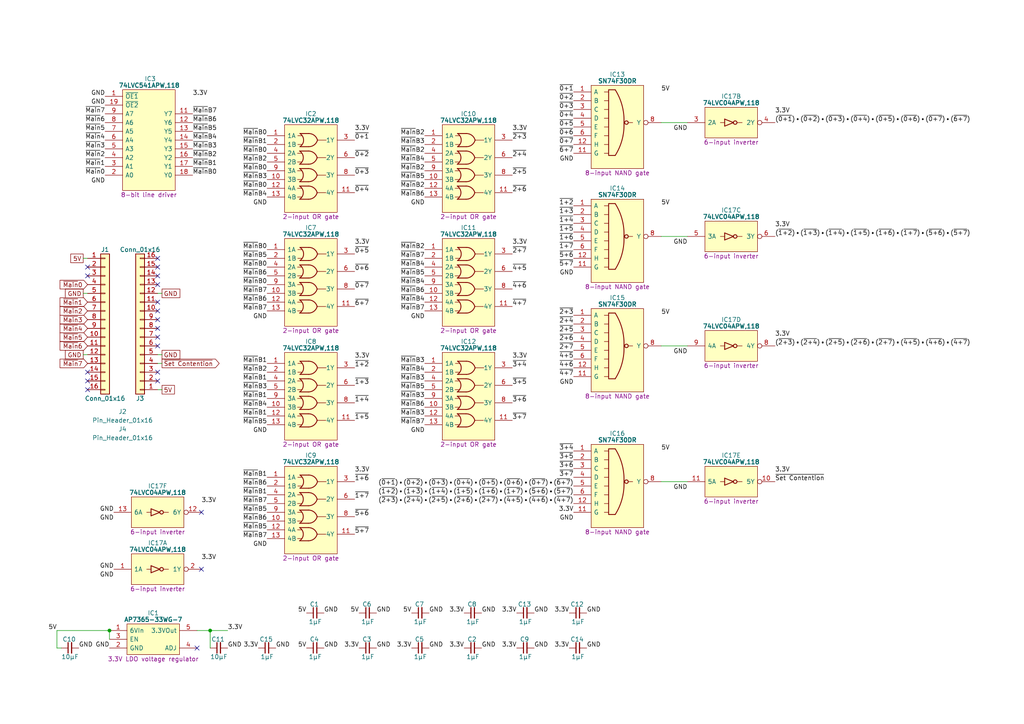
<source format=kicad_sch>
(kicad_sch (version 20250114) (generator "eeschema") (generator_version "9.0")
  (paper "A4")
  (title_block (title "Main Memory Full Abort") (date "2024-06-30") (rev "V0"))
  (lib_symbols
    (symbol "74LVC32APW,118_1" (pin_names (offset 0.762))
      (property "Reference" "IC" (at 12.7 6.35 0))
      (property "Value" "74LVC32APW,118" (at 12.7 4.445 0))
      (property "Description" "2-input OR gate" (at 12.7 -23.495 0))
      (symbol "74LVC32APW,118_1_0_0"
        (pin passive line (at 0 0 0) (length 5.08) (name "1A") (number "1"))
        (pin passive line (at 0 -2.54 0) (length 5.08) (name "1B") (number "2"))
        (pin passive line (at 0 -5.08 0) (length 5.08) (name "2A") (number "4"))
        (pin passive line (at 0 -7.62 0) (length 5.08) (name "2B") (number "5"))
        (pin passive line (at 0 -10.16 0) (length 5.08) (name "3A") (number "9"))
        (pin passive line (at 0 -12.7 0) (length 5.08) (name "3B") (number "10"))
        (pin passive line (at 0 -15.24 0) (length 5.08) (name "4A") (number "12"))
        (pin passive line (at 0 -17.78 0) (length 5.08) (name "4B") (number "13"))
        (pin passive line (at 0 -20.32 0) (length 5.08) (hide yes) (name "GND") (number "7"))
        (pin passive line (at 25.4 1.27 180) (length 5.08) (hide yes) (name "3V") (number "14"))
        (pin passive line (at 25.4 -1.27 180) (length 5.08) (name "1Y") (number "3"))
        (pin passive line (at 25.4 -6.35 180) (length 5.08) (name "2Y") (number "6"))
        (pin passive line (at 25.4 -11.43 180) (length 5.08) (name "3Y") (number "8"))
        (pin passive line (at 25.4 -16.51 180) (length 5.08) (name "4Y") (number "11"))
      )
    )
    (symbol "74LVC32APW,118_2" (pin_names (offset 0.762))
      (property "Reference" "IC" (at 12.7 6.35 0))
      (property "Value" "74LVC32APW,118" (at 12.7 4.445 0))
      (property "Description" "2-input OR gate" (at 12.7 -23.495 0))
      (symbol "74LVC32APW,118_2_0_0"
        (pin passive line (at 0 0 0) (length 5.08) (name "1A") (number "1"))
        (pin passive line (at 0 -2.54 0) (length 5.08) (name "1B") (number "2"))
        (pin passive line (at 0 -5.08 0) (length 5.08) (name "2A") (number "4"))
        (pin passive line (at 0 -7.62 0) (length 5.08) (name "2B") (number "5"))
        (pin passive line (at 0 -10.16 0) (length 5.08) (name "3A") (number "9"))
        (pin passive line (at 0 -12.7 0) (length 5.08) (name "3B") (number "10"))
        (pin passive line (at 0 -15.24 0) (length 5.08) (name "4A") (number "12"))
        (pin passive line (at 0 -17.78 0) (length 5.08) (name "4B") (number "13"))
        (pin passive line (at 0 -20.32 0) (length 5.08) (hide yes) (name "GND") (number "7"))
        (pin passive line (at 25.4 1.27 180) (length 5.08) (hide yes) (name "3V") (number "14"))
        (pin passive line (at 25.4 -1.27 180) (length 5.08) (name "1Y") (number "3"))
        (pin passive line (at 25.4 -6.35 180) (length 5.08) (name "2Y") (number "6"))
        (pin passive line (at 25.4 -11.43 180) (length 5.08) (name "3Y") (number "8"))
        (pin passive line (at 25.4 -16.51 180) (length 5.08) (name "4Y") (number "11"))
      )
    )
    (symbol "74LVC32APW,118_3" (pin_names (offset 0.762))
      (property "Reference" "IC" (at 12.7 6.35 0))
      (property "Value" "74LVC32APW,118" (at 12.7 4.445 0))
      (property "Description" "2-input OR gate" (at 12.7 -23.495 0))
      (symbol "74LVC32APW,118_3_0_0"
        (pin passive line (at 0 0 0) (length 5.08) (name "1A") (number "1"))
        (pin passive line (at 0 -2.54 0) (length 5.08) (name "1B") (number "2"))
        (pin passive line (at 0 -5.08 0) (length 5.08) (name "2A") (number "4"))
        (pin passive line (at 0 -7.62 0) (length 5.08) (name "2B") (number "5"))
        (pin passive line (at 0 -10.16 0) (length 5.08) (name "3A") (number "9"))
        (pin passive line (at 0 -12.7 0) (length 5.08) (name "3B") (number "10"))
        (pin passive line (at 0 -15.24 0) (length 5.08) (name "4A") (number "12"))
        (pin passive line (at 0 -17.78 0) (length 5.08) (name "4B") (number "13"))
        (pin passive line (at 0 -20.32 0) (length 5.08) (hide yes) (name "GND") (number "7"))
        (pin passive line (at 25.4 1.27 180) (length 5.08) (hide yes) (name "3V") (number "14"))
        (pin passive line (at 25.4 -1.27 180) (length 5.08) (name "1Y") (number "3"))
        (pin passive line (at 25.4 -6.35 180) (length 5.08) (name "2Y") (number "6"))
        (pin passive line (at 25.4 -11.43 180) (length 5.08) (name "3Y") (number "8"))
        (pin passive line (at 25.4 -16.51 180) (length 5.08) (name "4Y") (number "11"))
      )
    )
    (symbol "74LVC32APW,118_4" (pin_names (offset 0.762))
      (property "Reference" "IC" (at 12.7 6.35 0))
      (property "Value" "74LVC32APW,118" (at 12.7 4.445 0))
      (property "Description" "2-input OR gate" (at 12.7 -23.495 0))
      (symbol "74LVC32APW,118_4_0_0"
        (pin passive line (at 0 0 0) (length 5.08) (name "1A") (number "1"))
        (pin passive line (at 0 -2.54 0) (length 5.08) (name "1B") (number "2"))
        (pin passive line (at 0 -5.08 0) (length 5.08) (name "2A") (number "4"))
        (pin passive line (at 0 -7.62 0) (length 5.08) (name "2B") (number "5"))
        (pin passive line (at 0 -10.16 0) (length 5.08) (name "3A") (number "9"))
        (pin passive line (at 0 -12.7 0) (length 5.08) (name "3B") (number "10"))
        (pin passive line (at 0 -15.24 0) (length 5.08) (name "4A") (number "12"))
        (pin passive line (at 0 -17.78 0) (length 5.08) (name "4B") (number "13"))
        (pin passive line (at 0 -20.32 0) (length 5.08) (hide yes) (name "GND") (number "7"))
        (pin passive line (at 25.4 1.27 180) (length 5.08) (hide yes) (name "3V") (number "14"))
        (pin passive line (at 25.4 -1.27 180) (length 5.08) (name "1Y") (number "3"))
        (pin passive line (at 25.4 -6.35 180) (length 5.08) (name "2Y") (number "6"))
        (pin passive line (at 25.4 -11.43 180) (length 5.08) (name "3Y") (number "8"))
        (pin passive line (at 25.4 -16.51 180) (length 5.08) (name "4Y") (number "11"))
      )
    )
    (symbol "Connector_Generic:Conn_01x16" (pin_names (offset 1.016) (hide yes))
      (property "Reference" "J" (at 0 20.32 0))
      (property "Value" "Conn_01x16" (at 0 -22.86 0))
      (symbol "Conn_01x16_1_1"
        (pin passive line (at -5.08 17.78 0) (length 3.81) (name "Pin_1") (number "1"))
        (pin passive line (at -5.08 15.24 0) (length 3.81) (name "Pin_2") (number "2"))
        (pin passive line (at -5.08 12.7 0) (length 3.81) (name "Pin_3") (number "3"))
        (pin passive line (at -5.08 10.16 0) (length 3.81) (name "Pin_4") (number "4"))
        (pin passive line (at -5.08 7.62 0) (length 3.81) (name "Pin_5") (number "5"))
        (pin passive line (at -5.08 5.08 0) (length 3.81) (name "Pin_6") (number "6"))
        (pin passive line (at -5.08 2.54 0) (length 3.81) (name "Pin_7") (number "7"))
        (pin passive line (at -5.08 0 0) (length 3.81) (name "Pin_8") (number "8"))
        (pin passive line (at -5.08 -2.54 0) (length 3.81) (name "Pin_9") (number "9"))
        (pin passive line (at -5.08 -5.08 0) (length 3.81) (name "Pin_10") (number "10"))
        (pin passive line (at -5.08 -7.62 0) (length 3.81) (name "Pin_11") (number "11"))
        (pin passive line (at -5.08 -10.16 0) (length 3.81) (name "Pin_12") (number "12"))
        (pin passive line (at -5.08 -12.7 0) (length 3.81) (name "Pin_13") (number "13"))
        (pin passive line (at -5.08 -15.24 0) (length 3.81) (name "Pin_14") (number "14"))
        (pin passive line (at -5.08 -17.78 0) (length 3.81) (name "Pin_15") (number "15"))
        (pin passive line (at -5.08 -20.32 0) (length 3.81) (name "Pin_16") (number "16"))
      )
    )
    (symbol "Diodes_Inc:AP7365-33WG-7" (pin_names (offset 0.762))
      (property "Reference" "IC" (at 12.7 5.08 0))
      (property "Value" "AP7365-33WG-7" (at 12.7 3.175 0))
      (property "Description" "3.3V LDO voltage regulator" (at 12.7 -8.255 0))
      (symbol "AP7365-33WG-7_0_0"
        (pin input line (at 0 -2.54 0) (length 5.08) (name "EN") (number "3"))
        (pin passive line (at 0 -5.08 0) (length 5.08) (name "GND") (number "2"))
        (pin passive line (at 25.4 -5.08 180) (length 5.08) (name "ADJ") (number "4"))
      )
      (symbol "AP7365-33WG-7_1_0"
        (pin passive line (at 0 0 0) (length 5.08) (name "6VIn") (number "1"))
        (pin passive line (at 25.4 0 180) (length 5.08) (name "3.3VOut") (number "5"))
      )
    )
    (symbol "HCP65:C_0805" (pin_numbers (hide yes)) (pin_names (offset 0.254) (hide yes))
      (property "Reference" "C" (at 2.286 2.54 0))
      (property "Value" "?μF" (at 2.54 -2.54 0))
      (symbol "C_0805_1_1"
        (pin passive line (at 0 0 0) (length 2.032) (name "~") (number "1"))
        (pin passive line (at 5.08 0 180) (length 2.032) (name "~") (number "2"))
      )
    )
    (symbol "HCP65:Pin_Header_01x32" (pin_names (offset 1.016) (hide yes))
      (property "Reference" "J" (at 0 1.27 0))
      (property "Value" "Pin_Header_01x32" (at 0 -1.27 0))
    )
    (symbol "Nexperia:74LVC04APW,118_Multi" (pin_names (offset 0.762))
      (property "Reference" "IC" (at 12.7 7.62 0))
      (property "Value" "74LVC04APW,118" (at 12.7 5.715 0))
      (property "Description" "6-input inverter" (at 12.7 -5.715 0))
      (symbol "74LVC04APW,118_Multi_0_0"
        (pin passive line (at 0 -2.54 0) (length 5.08) (hide yes) (name "GND") (number "7"))
        (pin passive line (at 25.4 2.54 180) (length 5.08) (hide yes) (name "3V") (number "14"))
      )
      (symbol "74LVC04APW,118_Multi_1_0"
        (pin input line (at 0 0 0) (length 5.08) (name "1A") (number "1"))
        (pin output inverted (at 25.4 0 180) (length 5.08) (name "1Y") (number "2"))
      )
      (symbol "74LVC04APW,118_Multi_2_0"
        (pin input line (at 0 0 0) (length 5.08) (name "2A") (number "3"))
        (pin output inverted (at 25.4 0 180) (length 5.08) (name "2Y") (number "4"))
      )
      (symbol "74LVC04APW,118_Multi_3_0"
        (pin input line (at 0 0 0) (length 5.08) (name "3A") (number "5"))
        (pin output inverted (at 25.4 0 180) (length 5.08) (name "3Y") (number "6"))
      )
      (symbol "74LVC04APW,118_Multi_4_0"
        (pin input line (at 0 0 0) (length 5.08) (name "4A") (number "9"))
        (pin output inverted (at 25.4 0 180) (length 5.08) (name "4Y") (number "8"))
      )
      (symbol "74LVC04APW,118_Multi_5_0"
        (pin input line (at 0 0 0) (length 5.08) (name "5A") (number "11"))
        (pin output inverted (at 25.4 0 180) (length 5.08) (name "5Y") (number "10"))
      )
      (symbol "74LVC04APW,118_Multi_6_0"
        (pin input line (at 0 0 0) (length 5.08) (name "6A") (number "13"))
        (pin output inverted (at 25.4 0 180) (length 5.08) (name "6Y") (number "12"))
      )
    )
    (symbol "Nexperia:74LVC32APW,118" (pin_names (offset 0.762))
      (property "Reference" "IC" (at 12.7 6.35 0))
      (property "Value" "74LVC32APW,118" (at 12.7 4.445 0))
      (property "Description" "2-input OR gate" (at 12.7 -23.495 0))
      (symbol "74LVC32APW,118_0_0"
        (pin passive line (at 0 0 0) (length 5.08) (name "1A") (number "1"))
        (pin passive line (at 0 -2.54 0) (length 5.08) (name "1B") (number "2"))
        (pin passive line (at 0 -5.08 0) (length 5.08) (name "2A") (number "4"))
        (pin passive line (at 0 -7.62 0) (length 5.08) (name "2B") (number "5"))
        (pin passive line (at 0 -10.16 0) (length 5.08) (name "3A") (number "9"))
        (pin passive line (at 0 -12.7 0) (length 5.08) (name "3B") (number "10"))
        (pin passive line (at 0 -15.24 0) (length 5.08) (name "4A") (number "12"))
        (pin passive line (at 0 -17.78 0) (length 5.08) (name "4B") (number "13"))
        (pin passive line (at 0 -20.32 0) (length 5.08) (hide yes) (name "GND") (number "7"))
        (pin passive line (at 25.4 1.27 180) (length 5.08) (hide yes) (name "3V") (number "14"))
        (pin passive line (at 25.4 -1.27 180) (length 5.08) (name "1Y") (number "3"))
        (pin passive line (at 25.4 -6.35 180) (length 5.08) (name "2Y") (number "6"))
        (pin passive line (at 25.4 -11.43 180) (length 5.08) (name "3Y") (number "8"))
        (pin passive line (at 25.4 -16.51 180) (length 5.08) (name "4Y") (number "11"))
      )
    )
    (symbol "Nexperia:74LVC541APW,118" (pin_names (offset 0.762))
      (property "Reference" "IC" (at 11.43 5.08 0))
      (property "Value" "74LVC541APW,118" (at 3.81 3.175 0))
      (property "Description" "8-bit line driver" (at 12.7 -28.575 0))
      (symbol "74LVC541APW,118_0_0"
        (pin input line (at 0 0 0) (length 5.08) (name "~{OE1}") (number "1"))
        (pin input line (at 0 -2.54 0) (length 5.08) (name "~{OE2}") (number "19"))
        (pin input line (at 0 -5.08 0) (length 5.08) (name "A7") (number "9"))
        (pin input line (at 0 -7.62 0) (length 5.08) (name "A6") (number "8"))
        (pin input line (at 0 -10.16 0) (length 5.08) (name "A5") (number "7"))
        (pin input line (at 0 -12.7 0) (length 5.08) (name "A4") (number "6"))
        (pin input line (at 0 -15.24 0) (length 5.08) (name "A3") (number "5"))
        (pin input line (at 0 -17.78 0) (length 5.08) (name "A2") (number "4"))
        (pin input line (at 0 -20.32 0) (length 5.08) (name "A1") (number "3"))
        (pin input line (at 0 -22.86 0) (length 5.08) (name "A0") (number "2"))
        (pin passive line (at 0 -25.4 0) (length 5.08) (hide yes) (name "GND") (number "10"))
        (pin passive line (at 25.4 0 180) (length 5.08) (hide yes) (name "3V") (number "20"))
        (pin tri_state line (at 25.4 -5.08 180) (length 5.08) (name "Y7") (number "11"))
        (pin tri_state line (at 25.4 -7.62 180) (length 5.08) (name "Y6") (number "12"))
        (pin tri_state line (at 25.4 -10.16 180) (length 5.08) (name "Y5") (number "13"))
        (pin tri_state line (at 25.4 -12.7 180) (length 5.08) (name "Y4") (number "14"))
        (pin tri_state line (at 25.4 -15.24 180) (length 5.08) (name "Y3") (number "15"))
        (pin tri_state line (at 25.4 -17.78 180) (length 5.08) (name "Y2") (number "16"))
        (pin tri_state line (at 25.4 -20.32 180) (length 5.08) (name "Y1") (number "17"))
        (pin tri_state line (at 25.4 -22.86 180) (length 5.08) (name "Y0") (number "18"))
      )
    )
    (symbol "Texas_Instruments:SN74F30DR" (pin_names (offset 0.762))
      (property "Reference" "IC" (at 12.7 5.08 0))
      (property "Value" "SN74F30DR" (at 12.7 3.175 0))
      (property "Description" "8-input NAND gate" (at 12.7 -23.495 0))
      (symbol "SN74F30DR_0_0"
        (pin input line (at 0 0 0) (length 5.08) (name "A") (number "1"))
        (pin input line (at 0 -2.54 0) (length 5.08) (name "B") (number "2"))
        (pin input line (at 0 -5.08 0) (length 5.08) (name "C") (number "3"))
        (pin input line (at 0 -7.62 0) (length 5.08) (name "D") (number "4"))
        (pin input line (at 0 -10.16 0) (length 5.08) (name "E") (number "5"))
        (pin input line (at 0 -12.7 0) (length 5.08) (name "F") (number "6"))
        (pin input line (at 0 -15.24 0) (length 5.08) (name "H") (number "12"))
        (pin input line (at 0 -17.78 0) (length 5.08) (name "G") (number "11"))
        (pin passive line (at 0 -20.32 0) (length 5.08) (hide yes) (name "GND") (number "7"))
        (pin passive line (at 25.4 0 180) (length 5.08) (hide yes) (name "5V") (number "14"))
        (pin no_connect line (at 25.4 -15.24 180) (length 5.08) (hide yes) (name "N.C.") (number "13"))
        (pin no_connect line (at 25.4 -17.78 180) (length 5.08) (hide yes) (name "N.C.") (number "10"))
        (pin no_connect line (at 25.4 -20.32 180) (length 5.08) (hide yes) (name "N.C.") (number "9"))
      )
      (symbol "SN74F30DR_1_0"
        (pin output inverted (at 25.4 -8.89 180) (length 5.08) (name "Y") (number "8"))
      )
    )
  )
  (junction (at 31.75 182.88))
  (junction (at 60.96 182.88))
  (no_connect (at 45.72 77.47))
  (no_connect (at 58.42 165.1))
  (no_connect (at 45.72 74.93))
  (no_connect (at 45.72 92.71))
  (no_connect (at 57.15 187.96))
  (no_connect (at 45.72 100.33))
  (no_connect (at 45.72 107.95))
  (no_connect (at 25.4 113.03))
  (no_connect (at 25.4 107.95))
  (no_connect (at 45.72 87.63))
  (no_connect (at 25.4 77.47))
  (no_connect (at 45.72 97.79))
  (no_connect (at 45.72 80.01))
  (no_connect (at 58.42 148.59))
  (no_connect (at 25.4 110.49))
  (no_connect (at 25.4 80.01))
  (no_connect (at 45.72 110.49))
  (no_connect (at 45.72 90.17))
  (no_connect (at 45.72 95.25))
  (no_connect (at 45.72 82.55))
  (wire (pts (xy 60.96 187.96) (xy 60.96 182.88)))
  (wire (pts (xy 24.13 85.09) (xy 25.4 85.09)))
  (wire (pts (xy 191.77 139.7) (xy 199.39 139.7)))
  (wire (pts (xy 191.77 100.33) (xy 199.39 100.33)))
  (wire (pts (xy 16.51 182.88) (xy 31.75 182.88)))
  (wire (pts (xy 31.75 182.88) (xy 31.75 185.42)))
  (wire (pts (xy 46.99 113.03) (xy 45.72 113.03)))
  (wire (pts (xy 24.13 74.93) (xy 25.4 74.93)))
  (wire (pts (xy 57.15 182.88) (xy 60.96 182.88)))
  (wire (pts (xy 191.77 68.58) (xy 199.39 68.58)))
  (wire (pts (xy 16.51 182.88) (xy 16.51 187.96)))
  (wire (pts (xy 46.99 102.87) (xy 45.72 102.87)))
  (wire (pts (xy 46.99 85.09) (xy 45.72 85.09)))
  (wire (pts (xy 191.77 35.56) (xy 199.39 35.56)))
  (wire (pts (xy 24.13 102.87) (xy 25.4 102.87)))
  (wire (pts (xy 16.51 187.96) (xy 17.78 187.96)))
  (wire (pts (xy 60.96 182.88) (xy 66.04 182.88)))
  (wire (pts (xy 46.99 105.41) (xy 45.72 105.41)))
  (label "~{Main}B2" (at 123.19 54.61 180))
  (label "3.3V" (at 224.79 137.16 0))
  (label "~{Main}B6" (at 77.47 151.13 180))
  (label "3.3V" (at 74.93 187.96 180))
  (label "GND" (at 93.98 177.8 0))
  (label "~{5+7}" (at 166.37 77.47 180))
  (label "~{Main}3" (at 30.48 43.18 180))
  (label "~{2+5}" (at 166.37 96.52 180))
  (label "~{1+3}" (at 166.37 62.23 180))
  (label "3.3V" (at 165.1 187.96 180))
  (label "~{Main}B5" (at 123.19 52.07 180))
  (label "~{Main}B4" (at 123.19 87.63 180))
  (label "~{Main}B6" (at 55.88 35.56 0))
  (label "GND" (at 123.19 59.69 180))
  (label "~{Main}B4" (at 123.19 46.99 180))
  (label "GND" (at 123.19 92.71 180))
  (label "~{2+5}" (at 148.59 50.8 0))
  (label "~{Main}B2" (at 77.47 46.99 180))
  (label "3.3V" (at 224.79 97.79 0))
  (label "5V" (at 104.14 177.8 180))
  (label "3.3V" (at 104.14 187.96 180))
  (label "5V" (at 191.77 91.44 0))
  (label "~{5+6}" (at 166.37 74.93 180))
  (label "GND" (at 124.46 177.8 0))
  (label "5V" (at 88.9 177.8 180))
  (label "~{Main}B3" (at 123.19 110.49 180))
  (label "3.3V" (at 149.86 177.8 180))
  (label "~{4+7}" (at 148.59 88.9 0))
  (label "~{Main}B7" (at 77.47 156.21 180))
  (label "~{1+3}" (at 102.87 111.76 0))
  (label "~{5+6}" (at 102.87 149.86 0))
  (label "~{0+4}" (at 166.37 34.29 180))
  (label "~{Main}B7" (at 55.88 33.02 0))
  (label "~{Main}B5" (at 77.47 148.59 180))
  (label "~{Main}B5" (at 77.47 153.67 180))
  (label "GND" (at 66.04 187.96 0))
  (label "3.3V" (at 102.87 38.1 0))
  (label "GND" (at 77.47 125.73 180))
  (label "~{3+4}" (at 166.37 130.81 180))
  (label "~{Main}B4" (at 77.47 118.11 180))
  (label "3.3V" (at 148.59 71.12 0))
  (label "~{Main}B0" (at 77.47 72.39 180))
  (label "~{Main}B0" (at 77.47 82.55 180))
  (label "~{Main}B3" (at 77.47 113.03 180))
  (label "~{Main}B3" (at 123.19 120.65 180))
  (label "~{Main}2" (at 30.48 45.72 180))
  (label "GND" (at 30.48 30.48 180))
  (label "~{0+1}" (at 166.37 26.67 180))
  (label "~{0+7}" (at 166.37 41.91 180))
  (label "~{0+3}" (at 102.87 50.8 0))
  (label "~{Main}B0" (at 77.47 77.47 180))
  (label "GND" (at 199.39 38.1 180))
  (label "GND" (at 33.02 167.64 180))
  (label "GND" (at 33.02 148.59 180))
  (label "~{Main}B4" (at 123.19 107.95 180))
  (label "~{0+3}" (at 166.37 31.75 180))
  (label "5V" (at 191.77 59.69 0))
  (label "~{0+5}" (at 166.37 36.83 180))
  (label "~{Main}B1" (at 77.47 138.43 180))
  (label "3.3V" (at 102.87 137.16 0))
  (label "~{2+6}" (at 166.37 99.06 180))
  (label "~{Main}B1" (at 77.47 105.41 180))
  (label "GND" (at 154.94 187.96 0))
  (label "~{3+7}" (at 148.59 121.92 0))
  (label "~{Main}B1" (at 55.88 48.26 0))
  (label "GND" (at 22.86 187.96 0))
  (label "5V" (at 16.51 182.88 180))
  (label "~{Main}B2" (at 123.19 72.39 180))
  (label "~{Main}1" (at 30.48 48.26 180))
  (label "~{Main}B0" (at 77.47 49.53 180))
  (label "~{3+6}" (at 148.59 116.84 0))
  (label "~{2+4}" (at 166.37 93.98 180))
  (label "3.3V" (at 102.87 104.14 0))
  (label "3.3V" (at 134.62 177.8 180))
  (label "~{2+6}" (at 148.59 55.88 0))
  (label "~{Main}B2" (at 123.19 44.45 180))
  (label "~{1+6}" (at 166.37 69.85 180))
  (label "~{1+4}" (at 166.37 64.77 180))
  (label "3.3V" (at 148.59 38.1 0))
  (label "~{Main}B7" (at 123.19 123.19 180))
  (label "~{3+4}" (at 148.59 106.68 0))
  (label "GND" (at 30.48 27.94 180))
  (label "~{Main}B5" (at 123.19 113.03 180))
  (label "GND" (at 31.75 187.96 180))
  (label "3.3V" (at 134.62 187.96 180))
  (label "3.3V" (at 165.1 177.8 180))
  (label "~{Main}B2" (at 55.88 45.72 0))
  (label "GND" (at 30.48 53.34 180))
  (label "~{Main}0" (at 30.48 50.8 180))
  (label "GND" (at 77.47 92.71 180))
  (label "(~{1+2})•(~{1+3})•(~{1+4})•(~{1+5})•(~{1+6})•(~{1+7})•(~{5+6})•(~{5+7})" (at 224.79 68.58 0))
  (label "GND" (at 109.22 177.8 0))
  (label "~{Main}B6" (at 77.47 80.01 180))
  (label "GND" (at 139.7 177.8 0))
  (label "~{Main}B7" (at 123.19 90.17 180))
  (label "~{Main}B1" (at 77.47 115.57 180))
  (label "~{Main}B7" (at 77.47 85.09 180))
  (label "3.3V" (at 148.59 104.14 0))
  (label "GND" (at 199.39 71.12 180))
  (label "~{2+4}" (at 148.59 45.72 0))
  (label "~{Main}B1" (at 77.47 41.91 180))
  (label "~{4+6}" (at 148.59 83.82 0))
  (label "(~{0+1})•(~{0+2})•(~{0+3})•(~{0+4})•(~{0+5})•(~{0+6})•(~{0+7})•(~{6+7})" (at 224.79 35.56 0))
  (label "~{1+5}" (at 166.37 67.31 180))
  (label "~{2+3}" (at 166.37 91.44 180))
  (label "GND" (at 170.18 187.96 0))
  (label "GND" (at 124.46 187.96 0))
  (label "~{3+6}" (at 166.37 135.89 180))
  (label "~{Main}B0" (at 77.47 39.37 180))
  (label "~{Main}B4" (at 123.19 77.47 180))
  (label "~{Main}B3" (at 55.88 43.18 0))
  (label "~{3+5}" (at 148.59 111.76 0))
  (label "3.3V" (at 224.79 66.04 0))
  (label "GND" (at 33.02 151.13 180))
  (label "~{Main}B3" (at 123.19 41.91 180))
  (label "(~{2+3})•(~{2+4})•(~{2+5})•(~{2+6})•(~{2+7})•(~{4+5})•(~{4+6})•(~{4+7})" (at 224.79 100.33 0))
  (label "~{4+5}" (at 166.37 104.14 180))
  (label "~{1+2}" (at 166.37 59.69 180))
  (label "~{4+6}" (at 166.37 106.68 180))
  (label "GND" (at 77.47 158.75 180))
  (label "5V" (at 88.9 187.96 180))
  (label "~{Main}B4" (at 55.88 40.64 0))
  (label "3.3V" (at 224.79 33.02 0))
  (label "~{1+4}" (at 102.87 116.84 0))
  (label "GND" (at 170.18 177.8 0))
  (label "~{0+2}" (at 166.37 29.21 180))
  (label "~{Main}B7" (at 77.47 90.17 180))
  (label "~{5+7}" (at 102.87 154.94 0))
  (label "GND" (at 199.39 142.24 180))
  (label "~{3+5}" (at 166.37 133.35 180))
  (label "GND" (at 80.01 187.96 0))
  (label "5V" (at 191.77 130.81 0))
  (label "GND" (at 166.37 151.13 180))
  (label "~{4+5}" (at 148.59 78.74 0))
  (label "3.3V" (at 102.87 71.12 0))
  (label "(~{1+2})•(~{1+3})•(~{1+4})•(~{1+5})•(~{1+6})•(~{1+7})•(~{5+6})•(~{5+7})" (at 166.37 143.51 180))
  (label "~{Main}B1" (at 77.47 110.49 180))
  (label "~{1+7}" (at 166.37 72.39 180))
  (label "GND" (at 109.22 187.96 0))
  (label "3.3V" (at 149.86 187.96 180))
  (label "~{Main}B6" (at 77.47 87.63 180))
  (label "~{Main}B7" (at 123.19 74.93 180))
  (label "~{Main}B4" (at 77.47 57.15 180))
  (label "GND" (at 166.37 80.01 180))
  (label "3.3V" (at 55.88 27.94 0))
  (label "~{Main}B5" (at 77.47 74.93 180))
  (label "~{Main}B6" (at 123.19 57.15 180))
  (label "~{0+6}" (at 102.87 78.74 0))
  (label "~{Main}B2" (at 77.47 107.95 180))
  (label "GND" (at 166.37 46.99 180))
  (label "3.3V" (at 66.04 182.88 0))
  (label "~{2+7}" (at 166.37 101.6 180))
  (label "~{0+4}" (at 102.87 55.88 0))
  (label "3.3V" (at 119.38 187.96 180))
  (label "~{2+3}" (at 148.59 40.64 0))
  (label "~{1+5}" (at 102.87 121.92 0))
  (label "~{Main}B3" (at 123.19 105.41 180))
  (label "~{Main}B7" (at 77.47 146.05 180))
  (label "5V" (at 119.38 177.8 180))
  (label "~{Main}B6" (at 123.19 85.09 180))
  (label "~{Set Contention}" (at 224.79 139.7 0))
  (label "~{Main}B0" (at 77.47 44.45 180))
  (label "~{Main}B5" (at 123.19 80.01 180))
  (label "3.3V" (at 58.42 146.05 0))
  (label "3.3V" (at 166.37 148.59 180))
  (label "~{Main}B6" (at 123.19 118.11 180))
  (label "GND" (at 166.37 111.76 180))
  (label "~{6+7}" (at 102.87 88.9 0))
  (label "~{Main}B1" (at 77.47 143.51 180))
  (label "~{Main}B2" (at 123.19 49.53 180))
  (label "(~{0+1})•(~{0+2})•(~{0+3})•(~{0+4})•(~{0+5})•(~{0+6})•(~{0+7})•(~{6+7})" (at 166.37 140.97 180))
  (label "5V" (at 191.77 26.67 0))
  (label "~{Main}B1" (at 77.47 120.65 180))
  (label "~{Main}5" (at 30.48 38.1 180))
  (label "~{Main}B5" (at 55.88 38.1 0))
  (label "~{4+7}" (at 166.37 109.22 180))
  (label "~{Main}B5" (at 77.47 123.19 180))
  (label "GND" (at 199.39 102.87 180))
  (label "~{3+7}" (at 166.37 138.43 180))
  (label "~{6+7}" (at 166.37 44.45 180))
  (label "~{0+2}" (at 102.87 45.72 0))
  (label "~{Main}B2" (at 123.19 39.37 180))
  (label "~{1+6}" (at 102.87 139.7 0))
  (label "3.3V" (at 58.42 162.56 0))
  (label "~{2+7}" (at 148.59 73.66 0))
  (label "~{Main}7" (at 30.48 33.02 180))
  (label "~{Main}B4" (at 123.19 82.55 180))
  (label "GND" (at 77.47 59.69 180))
  (label "~{0+5}" (at 102.87 73.66 0))
  (label "~{1+2}" (at 102.87 106.68 0))
  (label "~{Main}B0" (at 55.88 50.8 0))
  (label "~{0+7}" (at 102.87 83.82 0))
  (label "~{Main}4" (at 30.48 40.64 180))
  (label "(~{2+3})•(~{2+4})•(~{2+5})•(~{2+6})•(~{2+7})•(~{4+5})•(~{4+6})•(~{4+7})" (at 166.37 146.05 180))
  (label "~{0+1}" (at 102.87 40.64 0))
  (label "GND" (at 93.98 187.96 0))
  (label "GND" (at 154.94 177.8 0))
  (label "GND" (at 33.02 165.1 180))
  (label "GND" (at 123.19 125.73 180))
  (label "~{0+6}" (at 166.37 39.37 180))
  (label "~{Main}B3" (at 77.47 52.07 180))
  (label "~{Main}B0" (at 77.47 54.61 180))
  (label "~{Main}6" (at 30.48 35.56 180))
  (label "~{1+7}" (at 102.87 144.78 0))
  (label "GND" (at 139.7 187.96 0))
  (label "~{Main}B6" (at 77.47 140.97 180))
  (label "~{Main}B3" (at 123.19 115.57 180))
  (global_label "~{Main}2" (shape input) (at 25.4 90.17 180) (property "Intersheetrefs" "${INTERSHEET_REFS}" (effects (hide yes))))
  (global_label "~{Main}4" (shape input) (at 25.4 95.25 180) (property "Intersheetrefs" "${INTERSHEET_REFS}" (effects (hide yes))))
  (global_label "~{Main}5" (shape input) (at 25.4 97.79 180) (property "Intersheetrefs" "${INTERSHEET_REFS}" (effects (hide yes))))
  (global_label "~{Main}6" (shape input) (at 25.4 100.33 180) (property "Intersheetrefs" "${INTERSHEET_REFS}" (effects (hide yes))))
  (global_label "5V" (shape passive) (at 24.13 74.93 180) (property "Intersheetrefs" "${INTERSHEET_REFS}" (effects (hide yes))))
  (global_label "~{Main}0" (shape input) (at 25.4 82.55 180) (property "Intersheetrefs" "${INTERSHEET_REFS}" (effects (hide yes))))
  (global_label "~{Main}7" (shape input) (at 25.4 105.41 180) (property "Intersheetrefs" "${INTERSHEET_REFS}" (effects (hide yes))))
  (global_label "GND" (shape passive) (at 46.99 85.09 0) (property "Intersheetrefs" "${INTERSHEET_REFS}" (effects (hide yes))))
  (global_label "5V" (shape passive) (at 46.99 113.03 0) (property "Intersheetrefs" "${INTERSHEET_REFS}" (effects (hide yes))))
  (global_label "~{Set Contention}" (shape output) (at 46.99 105.41 0) (property "Intersheetrefs" "${INTERSHEET_REFS}" (effects (hide yes))))
  (global_label "GND" (shape passive) (at 24.13 85.09 180) (property "Intersheetrefs" "${INTERSHEET_REFS}" (effects (hide yes))))
  (global_label "GND" (shape passive) (at 46.99 102.87 0) (property "Intersheetrefs" "${INTERSHEET_REFS}" (effects (hide yes))))
  (global_label "~{Main}3" (shape input) (at 25.4 92.71 180) (property "Intersheetrefs" "${INTERSHEET_REFS}" (effects (hide yes))))
  (global_label "GND" (shape passive) (at 24.13 102.87 180) (property "Intersheetrefs" "${INTERSHEET_REFS}" (effects (hide yes))))
  (global_label "~{Main}1" (shape input) (at 25.4 87.63 180) (property "Intersheetrefs" "${INTERSHEET_REFS}" (effects (hide yes))))
  (symbol (lib_id "HCP65:C_0805") (at 74.93 187.96 0) (unit 1)
    (property "Reference" "C15" (at 77.216 185.42 0))
    (property "Value" "1μF" (at 77.47 190.5 0))
    (property "Footprint" "SamacSys_Parts:C_0805" (effects (hide yes)))
  )
  (symbol (lib_id "HCP65:Pin_Header_01x32") (at 35.56 125.73 0) (unit 1)
    (property "Reference" "J4" (at 35.56 124.46 0))
    (property "Value" "Pin_Header_01x16" (at 35.56 127 0))
    (property "Footprint" "SamacSys_Parts:PinHeader_1x16_P2.54mm_Vertical" (effects (hide yes)))
  )
  (symbol (lib_name "74LVC32APW,118_1") (lib_id "Nexperia:74LVC32APW,118") (at 77.47 39.37 0) (unit 1)
    (property "Reference" "IC2" (at 90.17 33.02 0))
    (property "Value" "74LVC32APW,118" (at 90.17 34.925 0) (effects (font (bold yes))))
    (property "Footprint" "SamacSys_Parts:SOP65P640X110-14N" (effects (hide yes)))
    (property "Datasheet" "https://assets.nexperia.com/documents/data-sheet/74LVC32A.pdf" (effects (hide yes)))
    (property "Description" "2-input OR gate" (at 90.17 62.865 0))
    (property "Height" "1.1" (effects (hide yes)))
    (property "Manufacturer_Name" "Nexperia" (effects (hide yes)))
    (property "Manufacturer_Part_Number" "74LVC32APW,118" (effects (hide yes)))
    (property "Mouser Part Number" "771-74LVC32APW-T" (effects (hide yes)))
    (property "Mouser Price/Stock" "https://www.mouser.com/Search/Refine.aspx?Keyword=771-74LVC32APW-T" (effects (hide yes)))
    (property "Silkscreen" "74LVC32" (effects (hide yes)))
  )
  (symbol (lib_id "Connector_Generic:Conn_01x16") (at 40.64 95.25 180) (unit 1)
    (property "Reference" "J3" (at 40.64 115.57 0))
    (property "Value" "Conn_01x16" (at 40.64 72.39 0))
    (property "Footprint" "SamacSys_Parts:SIP_16_Pins" (effects (hide yes)))
    (property "Description" "Generic connector, single row, 01x16, script generated (kicad-library-utils/schlib/autogen/connector/)" (effects (hide yes)))
  )
  (symbol (lib_id "Nexperia:74LVC04APW,118_Multi") (at 33.02 148.59 0) (unit 6)
    (property "Reference" "IC17" (at 45.72 140.97 0))
    (property "Value" "74LVC04APW,118" (at 45.72 142.875 0) (effects (font (bold yes))))
    (property "Footprint" "SamacSys_Parts:SOP65P640X110-14N" (effects (hide yes)))
    (property "Datasheet" "https://assets.nexperia.com/documents/data-sheet/74LVC04A.pdf" (effects (hide yes)))
    (property "Description" "6-input inverter" (at 45.72 154.305 0))
    (property "Height" "1.1" (effects (hide yes)))
    (property "Manufacturer_Name" "Nexperia" (effects (hide yes)))
    (property "Manufacturer_Part_Number" "74LVC04APW,118" (effects (hide yes)))
    (property "Mouser Part Number" "771-74LVC04APW-T" (effects (hide yes)))
    (property "Mouser Price/Stock" "https://www.mouser.co.uk/ProductDetail/Nexperia/74LVC04APW118?qs=me8TqzrmIYUA5zXidd9%2F4g%3D%3D" (effects (hide yes)))
    (property "Silkscreen" "74LVC04" (effects (hide yes)))
  )
  (symbol (lib_id "Texas_Instruments:SN74F30DR") (at 166.37 26.67 0) (unit 1)
    (property "Reference" "IC13" (at 179.07 21.59 0))
    (property "Value" "SN74F30DR" (at 179.07 23.495 0) (effects (font (bold yes))))
    (property "Footprint" "SamacSys_Parts:SOIC127P600X175-14N" (effects (hide yes)))
    (property "Datasheet" "http://www.ti.com/lit/gpn/sn74f30" (effects (hide yes)))
    (property "Description" "8-input NAND gate" (at 179.07 50.165 0))
    (property "Height" "1.75" (effects (hide yes)))
    (property "Manufacturer_Name" "Texas Instruments" (effects (hide yes)))
    (property "Manufacturer_Part_Number" "SN74F30DR" (effects (hide yes)))
    (property "Mouser Part Number" "595-SN74F30DR" (effects (hide yes)))
    (property "Mouser Price/Stock" "https://www.mouser.com/Search/Refine.aspx?Keyword=595-SN74F30DR" (effects (hide yes)))
    (property "Silkscreen" "74F30" (effects (hide yes)))
  )
  (symbol (lib_id "HCP65:C_0805") (at 165.1 177.8 0) (unit 1)
    (property "Reference" "C12" (at 167.386 175.26 0))
    (property "Value" "1μF" (at 167.64 180.34 0))
    (property "Footprint" "SamacSys_Parts:C_0805" (effects (hide yes)))
  )
  (symbol (lib_id "Nexperia:74LVC32APW,118") (at 123.19 72.39 0) (unit 1)
    (property "Reference" "IC11" (at 135.89 66.04 0))
    (property "Value" "74LVC32APW,118" (at 135.89 67.945 0) (effects (font (bold yes))))
    (property "Footprint" "SamacSys_Parts:SOP65P640X110-14N" (effects (hide yes)))
    (property "Datasheet" "https://assets.nexperia.com/documents/data-sheet/74LVC32A.pdf" (effects (hide yes)))
    (property "Description" "2-input OR gate" (at 135.89 95.885 0))
    (property "Height" "1.1" (effects (hide yes)))
    (property "Manufacturer_Name" "Nexperia" (effects (hide yes)))
    (property "Manufacturer_Part_Number" "74LVC32APW,118" (effects (hide yes)))
    (property "Mouser Part Number" "771-74LVC32APW-T" (effects (hide yes)))
    (property "Mouser Price/Stock" "https://www.mouser.com/Search/Refine.aspx?Keyword=771-74LVC32APW-T" (effects (hide yes)))
    (property "Silkscreen" "74LVC32" (effects (hide yes)))
  )
  (symbol (lib_id "HCP65:C_0805") (at 104.14 187.96 0) (unit 1)
    (property "Reference" "C3" (at 106.426 185.42 0))
    (property "Value" "1μF" (at 106.68 190.5 0))
    (property "Footprint" "SamacSys_Parts:C_0805" (effects (hide yes)))
  )
  (symbol (lib_id "HCP65:Pin_Header_01x32") (at 35.56 120.65 0) (mirror y) (unit 1)
    (property "Reference" "J2" (at 35.56 119.38 0))
    (property "Value" "Pin_Header_01x16" (at 35.56 121.92 0))
    (property "Footprint" "SamacSys_Parts:PinHeader_1x16_P2.54mm_Vertical" (effects (hide yes)))
  )
  (symbol (lib_id "HCP65:C_0805") (at 104.14 177.8 0) (unit 1)
    (property "Reference" "C6" (at 106.426 175.26 0))
    (property "Value" "1μF" (at 106.68 180.34 0))
    (property "Footprint" "SamacSys_Parts:C_0805" (effects (hide yes)))
  )
  (symbol (lib_id "HCP65:C_0805") (at 119.38 187.96 0) (unit 1)
    (property "Reference" "C5" (at 121.666 185.42 0))
    (property "Value" "1μF" (at 121.92 190.5 0))
    (property "Footprint" "SamacSys_Parts:C_0805" (effects (hide yes)))
  )
  (symbol (lib_id "Texas_Instruments:SN74F30DR") (at 166.37 91.44 0) (unit 1)
    (property "Reference" "IC15" (at 179.07 86.36 0))
    (property "Value" "SN74F30DR" (at 179.07 88.265 0) (effects (font (bold yes))))
    (property "Footprint" "SamacSys_Parts:SOIC127P600X175-14N" (effects (hide yes)))
    (property "Datasheet" "http://www.ti.com/lit/gpn/sn74f30" (effects (hide yes)))
    (property "Description" "8-input NAND gate" (at 179.07 114.935 0))
    (property "Height" "1.75" (effects (hide yes)))
    (property "Manufacturer_Name" "Texas Instruments" (effects (hide yes)))
    (property "Manufacturer_Part_Number" "SN74F30DR" (effects (hide yes)))
    (property "Mouser Part Number" "595-SN74F30DR" (effects (hide yes)))
    (property "Mouser Price/Stock" "https://www.mouser.com/Search/Refine.aspx?Keyword=595-SN74F30DR" (effects (hide yes)))
    (property "Silkscreen" "74F30" (effects (hide yes)))
  )
  (symbol (lib_id "HCP65:C_0805") (at 88.9 177.8 0) (unit 1)
    (property "Reference" "C1" (at 91.186 175.26 0))
    (property "Value" "1μF" (at 91.44 180.34 0))
    (property "Footprint" "SamacSys_Parts:C_0805" (effects (hide yes)))
  )
  (symbol (lib_id "Nexperia:74LVC04APW,118_Multi") (at 199.39 68.58 0) (unit 3)
    (property "Reference" "IC17" (at 212.09 60.96 0))
    (property "Value" "74LVC04APW,118" (at 212.09 62.865 0) (effects (font (bold yes))))
    (property "Footprint" "SamacSys_Parts:SOP65P640X110-14N" (effects (hide yes)))
    (property "Datasheet" "https://assets.nexperia.com/documents/data-sheet/74LVC04A.pdf" (effects (hide yes)))
    (property "Description" "6-input inverter" (at 212.09 74.295 0))
    (property "Height" "1.1" (effects (hide yes)))
    (property "Manufacturer_Name" "Nexperia" (effects (hide yes)))
    (property "Manufacturer_Part_Number" "74LVC04APW,118" (effects (hide yes)))
    (property "Mouser Part Number" "771-74LVC04APW-T" (effects (hide yes)))
    (property "Mouser Price/Stock" "https://www.mouser.co.uk/ProductDetail/Nexperia/74LVC04APW118?qs=me8TqzrmIYUA5zXidd9%2F4g%3D%3D" (effects (hide yes)))
    (property "Silkscreen" "74LVC04" (effects (hide yes)))
  )
  (symbol (lib_id "Nexperia:74LVC04APW,118_Multi") (at 199.39 35.56 0) (unit 2)
    (property "Reference" "IC17" (at 212.09 27.94 0))
    (property "Value" "74LVC04APW,118" (at 212.09 29.845 0) (effects (font (bold yes))))
    (property "Footprint" "SamacSys_Parts:SOP65P640X110-14N" (effects (hide yes)))
    (property "Datasheet" "https://assets.nexperia.com/documents/data-sheet/74LVC04A.pdf" (effects (hide yes)))
    (property "Description" "6-input inverter" (at 212.09 41.275 0))
    (property "Height" "1.1" (effects (hide yes)))
    (property "Manufacturer_Name" "Nexperia" (effects (hide yes)))
    (property "Manufacturer_Part_Number" "74LVC04APW,118" (effects (hide yes)))
    (property "Mouser Part Number" "771-74LVC04APW-T" (effects (hide yes)))
    (property "Mouser Price/Stock" "https://www.mouser.co.uk/ProductDetail/Nexperia/74LVC04APW118?qs=me8TqzrmIYUA5zXidd9%2F4g%3D%3D" (effects (hide yes)))
    (property "Silkscreen" "74LVC04" (effects (hide yes)))
  )
  (symbol (lib_id "Nexperia:74LVC32APW,118") (at 123.19 105.41 0) (unit 1)
    (property "Reference" "IC12" (at 135.89 99.06 0))
    (property "Value" "74LVC32APW,118" (at 135.89 100.965 0) (effects (font (bold yes))))
    (property "Footprint" "SamacSys_Parts:SOP65P640X110-14N" (effects (hide yes)))
    (property "Datasheet" "https://assets.nexperia.com/documents/data-sheet/74LVC32A.pdf" (effects (hide yes)))
    (property "Description" "2-input OR gate" (at 135.89 128.905 0))
    (property "Height" "1.1" (effects (hide yes)))
    (property "Manufacturer_Name" "Nexperia" (effects (hide yes)))
    (property "Manufacturer_Part_Number" "74LVC32APW,118" (effects (hide yes)))
    (property "Mouser Part Number" "771-74LVC32APW-T" (effects (hide yes)))
    (property "Mouser Price/Stock" "https://www.mouser.com/Search/Refine.aspx?Keyword=771-74LVC32APW-T" (effects (hide yes)))
    (property "Silkscreen" "74LVC32" (effects (hide yes)))
  )
  (symbol (lib_id "Nexperia:74LVC04APW,118_Multi") (at 199.39 139.7 0) (unit 5)
    (property "Reference" "IC17" (at 212.09 132.08 0))
    (property "Value" "74LVC04APW,118" (at 212.09 133.985 0) (effects (font (bold yes))))
    (property "Footprint" "SamacSys_Parts:SOP65P640X110-14N" (effects (hide yes)))
    (property "Datasheet" "https://assets.nexperia.com/documents/data-sheet/74LVC04A.pdf" (effects (hide yes)))
    (property "Description" "6-input inverter" (at 212.09 145.415 0))
    (property "Height" "1.1" (effects (hide yes)))
    (property "Manufacturer_Name" "Nexperia" (effects (hide yes)))
    (property "Manufacturer_Part_Number" "74LVC04APW,118" (effects (hide yes)))
    (property "Mouser Part Number" "771-74LVC04APW-T" (effects (hide yes)))
    (property "Mouser Price/Stock" "https://www.mouser.co.uk/ProductDetail/Nexperia/74LVC04APW118?qs=me8TqzrmIYUA5zXidd9%2F4g%3D%3D" (effects (hide yes)))
    (property "Silkscreen" "74LVC04" (effects (hide yes)))
  )
  (symbol (lib_id "HCP65:C_0805") (at 149.86 187.96 0) (unit 1)
    (property "Reference" "C9" (at 152.146 185.42 0))
    (property "Value" "1μF" (at 152.4 190.5 0))
    (property "Footprint" "SamacSys_Parts:C_0805" (effects (hide yes)))
  )
  (symbol (lib_id "HCP65:C_0805") (at 119.38 177.8 0) (unit 1)
    (property "Reference" "C7" (at 121.666 175.26 0))
    (property "Value" "1μF" (at 121.92 180.34 0))
    (property "Footprint" "SamacSys_Parts:C_0805" (effects (hide yes)))
  )
  (symbol (lib_id "Texas_Instruments:SN74F30DR") (at 166.37 59.69 0) (unit 1)
    (property "Reference" "IC14" (at 179.07 54.61 0))
    (property "Value" "SN74F30DR" (at 179.07 56.515 0) (effects (font (bold yes))))
    (property "Footprint" "SamacSys_Parts:SOIC127P600X175-14N" (effects (hide yes)))
    (property "Datasheet" "http://www.ti.com/lit/gpn/sn74f30" (effects (hide yes)))
    (property "Description" "8-input NAND gate" (at 179.07 83.185 0))
    (property "Height" "1.75" (effects (hide yes)))
    (property "Manufacturer_Name" "Texas Instruments" (effects (hide yes)))
    (property "Manufacturer_Part_Number" "SN74F30DR" (effects (hide yes)))
    (property "Mouser Part Number" "595-SN74F30DR" (effects (hide yes)))
    (property "Mouser Price/Stock" "https://www.mouser.com/Search/Refine.aspx?Keyword=595-SN74F30DR" (effects (hide yes)))
    (property "Silkscreen" "74F30" (effects (hide yes)))
  )
  (symbol (lib_id "Texas_Instruments:SN74F30DR") (at 166.37 130.81 0) (unit 1)
    (property "Reference" "IC16" (at 179.07 125.73 0))
    (property "Value" "SN74F30DR" (at 179.07 127.635 0) (effects (font (bold yes))))
    (property "Footprint" "SamacSys_Parts:SOIC127P600X175-14N" (effects (hide yes)))
    (property "Datasheet" "http://www.ti.com/lit/gpn/sn74f30" (effects (hide yes)))
    (property "Description" "8-input NAND gate" (at 179.07 154.305 0))
    (property "Height" "1.75" (effects (hide yes)))
    (property "Manufacturer_Name" "Texas Instruments" (effects (hide yes)))
    (property "Manufacturer_Part_Number" "SN74F30DR" (effects (hide yes)))
    (property "Mouser Part Number" "595-SN74F30DR" (effects (hide yes)))
    (property "Mouser Price/Stock" "https://www.mouser.com/Search/Refine.aspx?Keyword=595-SN74F30DR" (effects (hide yes)))
    (property "Silkscreen" "74F30" (effects (hide yes)))
  )
  (symbol (lib_id "HCP65:C_0805") (at 165.1 187.96 0) (unit 1)
    (property "Reference" "C14" (at 167.386 185.42 0))
    (property "Value" "1μF" (at 167.64 190.5 0))
    (property "Footprint" "SamacSys_Parts:C_0805" (effects (hide yes)))
  )
  (symbol (lib_id "HCP65:C_0805") (at 17.78 187.96 0) (unit 1)
    (property "Reference" "C10" (at 20.066 185.42 0))
    (property "Value" "10µF" (at 17.78 190.5 0) (effects (justify left)))
    (property "Footprint" "SamacSys_Parts:C_0805" (effects (hide yes)))
  )
  (symbol (lib_id "Nexperia:74LVC04APW,118_Multi") (at 33.02 165.1 0) (unit 1)
    (property "Reference" "IC17" (at 45.72 157.48 0))
    (property "Value" "74LVC04APW,118" (at 45.72 159.385 0) (effects (font (bold yes))))
    (property "Footprint" "SamacSys_Parts:SOP65P640X110-14N" (effects (hide yes)))
    (property "Datasheet" "https://assets.nexperia.com/documents/data-sheet/74LVC04A.pdf" (effects (hide yes)))
    (property "Description" "6-input inverter" (at 45.72 170.815 0))
    (property "Height" "1.1" (effects (hide yes)))
    (property "Manufacturer_Name" "Nexperia" (effects (hide yes)))
    (property "Manufacturer_Part_Number" "74LVC04APW,118" (effects (hide yes)))
    (property "Mouser Part Number" "771-74LVC04APW-T" (effects (hide yes)))
    (property "Mouser Price/Stock" "https://www.mouser.co.uk/ProductDetail/Nexperia/74LVC04APW118?qs=me8TqzrmIYUA5zXidd9%2F4g%3D%3D" (effects (hide yes)))
    (property "Silkscreen" "74LVC04" (effects (hide yes)))
  )
  (symbol (lib_id "HCP65:C_0805") (at 134.62 187.96 0) (unit 1)
    (property "Reference" "C2" (at 136.906 185.42 0))
    (property "Value" "1μF" (at 137.16 190.5 0))
    (property "Footprint" "SamacSys_Parts:C_0805" (effects (hide yes)))
  )
  (symbol (lib_id "Nexperia:74LVC541APW,118") (at 30.48 27.94 0) (unit 1)
    (property "Reference" "IC3" (at 41.91 22.86 0) (effects (justify left)))
    (property "Value" "74LVC541APW,118" (at 34.29 24.765 0) (effects (font (bold yes)) (justify left)))
    (property "Footprint" "SamacSys_Parts:SOP65P640X110-20N" (effects (hide yes)))
    (property "Datasheet" "https://assets.nexperia.com/documents/data-sheet/74LVC541A.pdf" (effects (hide yes)))
    (property "Description" "8-bit line driver" (at 43.18 56.515 0))
    (property "Height" "1.1" (effects (hide yes)))
    (property "Mouser Part Number" "771-74LVC541APW-T" (effects (hide yes)))
    (property "Mouser Price/Stock" "https://www.mouser.co.uk/ProductDetail/Nexperia/74LVC541APW118?qs=me8TqzrmIYXvoPByM7nnJQ%3D%3D" (effects (hide yes)))
    (property "Manufacturer_Name" "Nexperia" (effects (hide yes)))
    (property "Manufacturer_Part_Number" "74LVC541APW,118" (effects (hide yes)))
    (property "Silkscreen" "74LVC541" (effects (hide yes)))
    (property "Garbage" "74LVC541A - Octal buffer/line driver with 5 V tolerant inputs/outputs; 3-state@en-us" (effects (hide yes)))
  )
  (symbol (lib_id "HCP65:C_0805") (at 88.9 187.96 0) (unit 1)
    (property "Reference" "C4" (at 91.186 185.42 0))
    (property "Value" "1μF" (at 91.44 190.5 0))
    (property "Footprint" "SamacSys_Parts:C_0805" (effects (hide yes)))
  )
  (symbol (lib_name "74LVC32APW,118_2") (lib_id "Nexperia:74LVC32APW,118") (at 77.47 105.41 0) (unit 1)
    (property "Reference" "IC8" (at 90.17 99.06 0))
    (property "Value" "74LVC32APW,118" (at 90.17 100.965 0) (effects (font (bold yes))))
    (property "Footprint" "SamacSys_Parts:SOP65P640X110-14N" (effects (hide yes)))
    (property "Datasheet" "https://assets.nexperia.com/documents/data-sheet/74LVC32A.pdf" (effects (hide yes)))
    (property "Description" "2-input OR gate" (at 90.17 128.905 0))
    (property "Height" "1.1" (effects (hide yes)))
    (property "Manufacturer_Name" "Nexperia" (effects (hide yes)))
    (property "Manufacturer_Part_Number" "74LVC32APW,118" (effects (hide yes)))
    (property "Mouser Part Number" "771-74LVC32APW-T" (effects (hide yes)))
    (property "Mouser Price/Stock" "https://www.mouser.com/Search/Refine.aspx?Keyword=771-74LVC32APW-T" (effects (hide yes)))
    (property "Silkscreen" "74LVC32" (effects (hide yes)))
  )
  (symbol (lib_id "HCP65:C_0805") (at 134.62 177.8 0) (unit 1)
    (property "Reference" "C8" (at 136.906 175.26 0))
    (property "Value" "1μF" (at 137.16 180.34 0))
    (property "Footprint" "SamacSys_Parts:C_0805" (effects (hide yes)))
  )
  (symbol (lib_id "Diodes_Inc:AP7365-33WG-7") (at 31.75 182.88 0) (unit 1)
    (property "Reference" "IC1" (at 44.45 177.8 0))
    (property "Value" "AP7365-33WG-7" (at 44.45 179.705 0) (effects (font (bold yes))))
    (property "Footprint" "SamacSys_Parts:SOT95P285X130-5N" (effects (hide yes)))
    (property "Datasheet" "https://componentsearchengine.com/Datasheets/1/AP7365-33WG-7.pdf" (effects (hide yes)))
    (property "Description" "3.3V LDO voltage regulator" (at 44.45 191.135 0))
    (property "Height" "1.3" (effects (hide yes)))
    (property "Manufacturer_Name" "Diodes Inc." (effects (hide yes)))
    (property "Manufacturer_Part_Number" "AP7365-33WG-7" (effects (hide yes)))
    (property "Mouser Part Number" "621-AP7365-33WG-7" (effects (hide yes)))
    (property "Mouser Price/Stock" "https://www.mouser.co.uk/ProductDetail/Diodes-Incorporated/AP7365-33WG-7?qs=abZ1nkZpTuOZFvxvoFPL0w%3D%3D" (effects (hide yes)))
    (property "Arrow Part Number" "AP7365-33WG-7" (effects (hide yes)))
    (property "Arrow Price/Stock" "https://www.arrow.com/en/products/ap7365-33wg-7/diodes-incorporated?region=nac" (effects (hide yes)))
    (property "Silkscreen" "AP7365" (effects (hide yes)))
  )
  (symbol (lib_id "HCP65:C_0805") (at 149.86 177.8 0) (unit 1)
    (property "Reference" "C13" (at 152.146 175.26 0))
    (property "Value" "1μF" (at 152.4 180.34 0))
    (property "Footprint" "SamacSys_Parts:C_0805" (effects (hide yes)))
  )
  (symbol (lib_id "Nexperia:74LVC32APW,118") (at 123.19 39.37 0) (unit 1)
    (property "Reference" "IC10" (at 135.89 33.02 0))
    (property "Value" "74LVC32APW,118" (at 135.89 34.925 0) (effects (font (bold yes))))
    (property "Footprint" "SamacSys_Parts:SOP65P640X110-14N" (effects (hide yes)))
    (property "Datasheet" "https://assets.nexperia.com/documents/data-sheet/74LVC32A.pdf" (effects (hide yes)))
    (property "Description" "2-input OR gate" (at 135.89 62.865 0))
    (property "Height" "1.1" (effects (hide yes)))
    (property "Manufacturer_Name" "Nexperia" (effects (hide yes)))
    (property "Manufacturer_Part_Number" "74LVC32APW,118" (effects (hide yes)))
    (property "Mouser Part Number" "771-74LVC32APW-T" (effects (hide yes)))
    (property "Mouser Price/Stock" "https://www.mouser.com/Search/Refine.aspx?Keyword=771-74LVC32APW-T" (effects (hide yes)))
    (property "Silkscreen" "74LVC32" (effects (hide yes)))
  )
  (symbol (lib_id "HCP65:C_0805") (at 60.96 187.96 0) (unit 1)
    (property "Reference" "C11" (at 63.246 185.42 0))
    (property "Value" "10µF" (at 60.96 190.5 0) (effects (justify left)))
    (property "Footprint" "SamacSys_Parts:C_0805" (effects (hide yes)))
  )
  (symbol (lib_name "74LVC32APW,118_3") (lib_id "Nexperia:74LVC32APW,118") (at 77.47 72.39 0) (unit 1)
    (property "Reference" "IC7" (at 90.17 66.04 0))
    (property "Value" "74LVC32APW,118" (at 90.17 67.945 0) (effects (font (bold yes))))
    (property "Footprint" "SamacSys_Parts:SOP65P640X110-14N" (effects (hide yes)))
    (property "Datasheet" "https://assets.nexperia.com/documents/data-sheet/74LVC32A.pdf" (effects (hide yes)))
    (property "Description" "2-input OR gate" (at 90.17 95.885 0))
    (property "Height" "1.1" (effects (hide yes)))
    (property "Manufacturer_Name" "Nexperia" (effects (hide yes)))
    (property "Manufacturer_Part_Number" "74LVC32APW,118" (effects (hide yes)))
    (property "Mouser Part Number" "771-74LVC32APW-T" (effects (hide yes)))
    (property "Mouser Price/Stock" "https://www.mouser.com/Search/Refine.aspx?Keyword=771-74LVC32APW-T" (effects (hide yes)))
    (property "Silkscreen" "74LVC32" (effects (hide yes)))
  )
  (symbol (lib_id "Connector_Generic:Conn_01x16") (at 30.48 92.71 0) (unit 1)
    (property "Reference" "J1" (at 30.48 72.39 0))
    (property "Value" "Conn_01x16" (at 30.48 115.57 0))
    (property "Footprint" "SamacSys_Parts:SIP_16_Pins" (effects (hide yes)))
    (property "Description" "Generic connector, single row, 01x16, script generated (kicad-library-utils/schlib/autogen/connector/)" (effects (hide yes)))
  )
  (symbol (lib_name "74LVC32APW,118_4") (lib_id "Nexperia:74LVC32APW,118") (at 77.47 138.43 0) (unit 1)
    (property "Reference" "IC9" (at 90.17 132.08 0))
    (property "Value" "74LVC32APW,118" (at 90.17 133.985 0) (effects (font (bold yes))))
    (property "Footprint" "SamacSys_Parts:SOP65P640X110-14N" (effects (hide yes)))
    (property "Datasheet" "https://assets.nexperia.com/documents/data-sheet/74LVC32A.pdf" (effects (hide yes)))
    (property "Description" "2-input OR gate" (at 90.17 161.925 0))
    (property "Height" "1.1" (effects (hide yes)))
    (property "Manufacturer_Name" "Nexperia" (effects (hide yes)))
    (property "Manufacturer_Part_Number" "74LVC32APW,118" (effects (hide yes)))
    (property "Mouser Part Number" "771-74LVC32APW-T" (effects (hide yes)))
    (property "Mouser Price/Stock" "https://www.mouser.com/Search/Refine.aspx?Keyword=771-74LVC32APW-T" (effects (hide yes)))
    (property "Silkscreen" "74LVC32" (effects (hide yes)))
  )
  (symbol (lib_id "Nexperia:74LVC04APW,118_Multi") (at 199.39 100.33 0) (unit 4)
    (property "Reference" "IC17" (at 212.09 92.71 0))
    (property "Value" "74LVC04APW,118" (at 212.09 94.615 0) (effects (font (bold yes))))
    (property "Footprint" "SamacSys_Parts:SOP65P640X110-14N" (effects (hide yes)))
    (property "Datasheet" "https://assets.nexperia.com/documents/data-sheet/74LVC04A.pdf" (effects (hide yes)))
    (property "Description" "6-input inverter" (at 212.09 106.045 0))
    (property "Height" "1.1" (effects (hide yes)))
    (property "Manufacturer_Name" "Nexperia" (effects (hide yes)))
    (property "Manufacturer_Part_Number" "74LVC04APW,118" (effects (hide yes)))
    (property "Mouser Part Number" "771-74LVC04APW-T" (effects (hide yes)))
    (property "Mouser Price/Stock" "https://www.mouser.co.uk/ProductDetail/Nexperia/74LVC04APW118?qs=me8TqzrmIYUA5zXidd9%2F4g%3D%3D" (effects (hide yes)))
    (property "Silkscreen" "74LVC04" (effects (hide yes)))
  )
)
</source>
